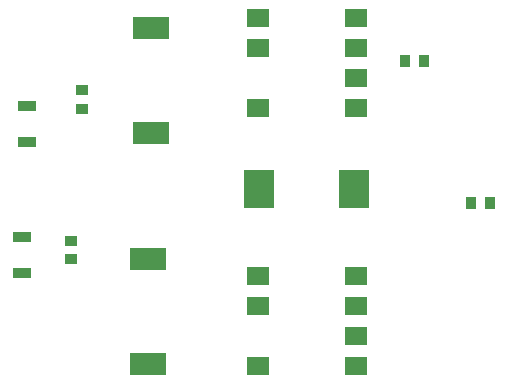
<source format=gbr>
%TF.GenerationSoftware,KiCad,Pcbnew,(6.0.2)*%
%TF.CreationDate,2022-03-05T20:41:56-07:00*%
%TF.ProjectId,H0001-Solenoid-Driver,48303030-312d-4536-9f6c-656e6f69642d,rev?*%
%TF.SameCoordinates,Original*%
%TF.FileFunction,Paste,Top*%
%TF.FilePolarity,Positive*%
%FSLAX46Y46*%
G04 Gerber Fmt 4.6, Leading zero omitted, Abs format (unit mm)*
G04 Created by KiCad (PCBNEW (6.0.2)) date 2022-03-05 20:41:56*
%MOMM*%
%LPD*%
G01*
G04 APERTURE LIST*
%ADD10R,3.048000X1.854200*%
%ADD11R,0.940000X1.020000*%
%ADD12R,1.600000X0.855600*%
%ADD13R,1.900000X1.500000*%
%ADD14R,2.620000X3.200000*%
%ADD15R,1.020000X0.940000*%
G04 APERTURE END LIST*
D10*
%TO.C,RV2*%
X116586000Y-97900500D03*
X116586000Y-89043500D03*
%TD*%
D11*
%TO.C,R1*%
X139954000Y-72263000D03*
X138374000Y-72263000D03*
%TD*%
D12*
%TO.C,C1*%
X106375200Y-79099401D03*
X106375200Y-76043799D03*
%TD*%
D13*
%TO.C,K2*%
X134198000Y-98044000D03*
X134198000Y-95504000D03*
X134198000Y-92964000D03*
X134198000Y-90424000D03*
X125898000Y-90424000D03*
X125898000Y-92964000D03*
X125898000Y-98044000D03*
%TD*%
%TO.C,K1*%
X134198000Y-76200000D03*
X134198000Y-73660000D03*
X134198000Y-71120000D03*
X134198000Y-68580000D03*
X125898000Y-68580000D03*
X125898000Y-71120000D03*
X125898000Y-76200000D03*
%TD*%
D10*
%TO.C,RV1*%
X116840000Y-78342500D03*
X116840000Y-69485500D03*
%TD*%
D14*
%TO.C,F1*%
X134095000Y-83058000D03*
X126001000Y-83058000D03*
%TD*%
D11*
%TO.C,R3*%
X145570000Y-84277200D03*
X143990000Y-84277200D03*
%TD*%
D15*
%TO.C,R4*%
X110109000Y-87475000D03*
X110109000Y-89055000D03*
%TD*%
D12*
%TO.C,C2*%
X105918000Y-87118199D03*
X105918000Y-90173801D03*
%TD*%
D15*
%TO.C,R2*%
X110998000Y-74698800D03*
X110998000Y-76278800D03*
%TD*%
M02*

</source>
